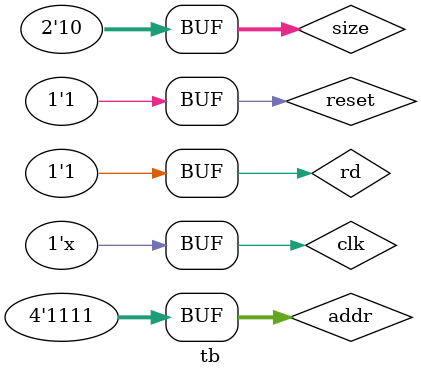
<source format=v>
module tb();

	reg [3:0] addr;
	reg [1:0] size;
	reg rd, clk, reset;
	wire [63:0] data;
	
	memory myMemory(addr, size, rd, clk, reset, data);
	
	initial		//testing code
	begin
		#0 clk = 1'b0;
		#0 rd = 1'b1;
		#0 reset = 1'b0;
		#0 addr = 4'b0100;		//address is 4, means bit 5
		#0 size = 2'b00;		//at sec=0, but first reading be done at posedge of clk, i.e. sec=5
		#10 size = 2'b01;
		#10 size = 2'b10;
		#10 size = 2'b11;
		#10 addr = 4'b1100;		//addrees is 12, means bit 13
		#0 size = 2'b11;		//wrap aorund case
		#10 rd = 1'b0;
		#0 size = 2'b10;
		#10 rd = 1'b1;
		#10 addr = 4'b1111;
		#0 size = 2'b10;		//another wrap around case when size is 4 and address is 15
		#10 reset = 1'b1;
	end
	
	always
	#5 clk = ~ clk;		//making clock
	
endmodule
</source>
